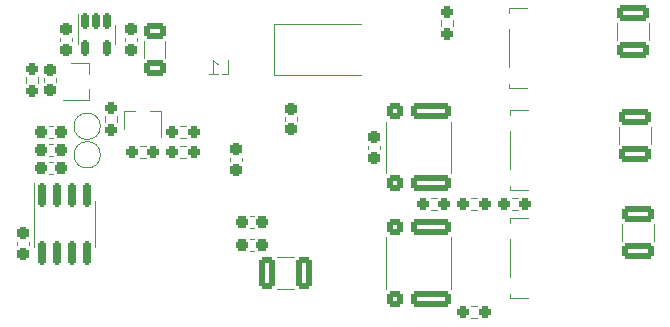
<source format=gbo>
G04 #@! TF.GenerationSoftware,KiCad,Pcbnew,6.0.6-1.fc36*
G04 #@! TF.CreationDate,2022-08-14T11:42:17+02:00*
G04 #@! TF.ProjectId,esc_brushless,6573635f-6272-4757-9368-6c6573732e6b,1.1.0*
G04 #@! TF.SameCoordinates,Original*
G04 #@! TF.FileFunction,Legend,Bot*
G04 #@! TF.FilePolarity,Positive*
%FSLAX46Y46*%
G04 Gerber Fmt 4.6, Leading zero omitted, Abs format (unit mm)*
G04 Created by KiCad (PCBNEW 6.0.6-1.fc36) date 2022-08-14 11:42:17*
%MOMM*%
%LPD*%
G01*
G04 APERTURE LIST*
G04 Aperture macros list*
%AMRoundRect*
0 Rectangle with rounded corners*
0 $1 Rounding radius*
0 $2 $3 $4 $5 $6 $7 $8 $9 X,Y pos of 4 corners*
0 Add a 4 corners polygon primitive as box body*
4,1,4,$2,$3,$4,$5,$6,$7,$8,$9,$2,$3,0*
0 Add four circle primitives for the rounded corners*
1,1,$1+$1,$2,$3*
1,1,$1+$1,$4,$5*
1,1,$1+$1,$6,$7*
1,1,$1+$1,$8,$9*
0 Add four rect primitives between the rounded corners*
20,1,$1+$1,$2,$3,$4,$5,0*
20,1,$1+$1,$4,$5,$6,$7,0*
20,1,$1+$1,$6,$7,$8,$9,0*
20,1,$1+$1,$8,$9,$2,$3,0*%
G04 Aperture macros list end*
%ADD10C,0.120000*%
%ADD11R,3.400000X3.400000*%
%ADD12O,1.700000X1.700000*%
%ADD13R,1.700000X1.700000*%
%ADD14RoundRect,0.237500X-0.237500X0.300000X-0.237500X-0.300000X0.237500X-0.300000X0.237500X0.300000X0*%
%ADD15RoundRect,0.249998X1.100002X-0.412502X1.100002X0.412502X-1.100002X0.412502X-1.100002X-0.412502X0*%
%ADD16RoundRect,0.249998X0.412502X1.100002X-0.412502X1.100002X-0.412502X-1.100002X0.412502X-1.100002X0*%
%ADD17RoundRect,0.237500X0.300000X0.237500X-0.300000X0.237500X-0.300000X-0.237500X0.300000X-0.237500X0*%
%ADD18RoundRect,0.237500X0.237500X-0.300000X0.237500X0.300000X-0.237500X0.300000X-0.237500X-0.300000X0*%
%ADD19RoundRect,0.249998X0.650002X-0.412502X0.650002X0.412502X-0.650002X0.412502X-0.650002X-0.412502X0*%
%ADD20RoundRect,0.237500X-0.300000X-0.237500X0.300000X-0.237500X0.300000X0.237500X-0.300000X0.237500X0*%
%ADD21R,3.500000X2.300000*%
%ADD22O,2.700000X8.000000*%
%ADD23R,3.500000X2.000000*%
%ADD24R,7.000000X7.000000*%
%ADD25R,0.800000X0.900000*%
%ADD26R,0.900000X0.800000*%
%ADD27RoundRect,0.237500X-0.250000X-0.237500X0.250000X-0.237500X0.250000X0.237500X-0.250000X0.237500X0*%
%ADD28RoundRect,0.237500X0.250000X0.237500X-0.250000X0.237500X-0.250000X-0.237500X0.250000X-0.237500X0*%
%ADD29RoundRect,0.237500X0.237500X-0.250000X0.237500X0.250000X-0.237500X0.250000X-0.237500X-0.250000X0*%
%ADD30RoundRect,0.237500X-0.237500X0.250000X-0.237500X-0.250000X0.237500X-0.250000X0.237500X0.250000X0*%
%ADD31O,1.250000X1.250000*%
%ADD32RoundRect,0.150000X-0.150000X0.512500X-0.150000X-0.512500X0.150000X-0.512500X0.150000X0.512500X0*%
%ADD33RoundRect,0.150000X-0.150000X0.825000X-0.150000X-0.825000X0.150000X-0.825000X0.150000X0.825000X0*%
%ADD34RoundRect,0.250600X-0.449400X0.449400X-0.449400X-0.449400X0.449400X-0.449400X0.449400X0.449400X0*%
%ADD35RoundRect,0.249999X-1.425001X0.450001X-1.425001X-0.450001X1.425001X-0.450001X1.425001X0.450001X0*%
G04 APERTURE END LIST*
D10*
X99387000Y-58454857D02*
X99958428Y-58454857D01*
X99958428Y-57254857D01*
X98358428Y-58454857D02*
X99044142Y-58454857D01*
X98701285Y-58454857D02*
X98701285Y-57254857D01*
X98815571Y-57426285D01*
X98929857Y-57540571D01*
X99044142Y-57597714D01*
X111758000Y-64496733D02*
X111758000Y-64789267D01*
X112778000Y-64496733D02*
X112778000Y-64789267D01*
X133006000Y-64338252D02*
X133006000Y-62915748D01*
X135726000Y-64338252D02*
X135726000Y-62915748D01*
X135599000Y-55575252D02*
X135599000Y-54152748D01*
X132879000Y-55575252D02*
X132879000Y-54152748D01*
X105486252Y-73951000D02*
X104063748Y-73951000D01*
X105486252Y-76671000D02*
X104063748Y-76671000D01*
X102127267Y-73408000D02*
X101834733Y-73408000D01*
X102127267Y-72388000D02*
X101834733Y-72388000D01*
X104773000Y-62376267D02*
X104773000Y-62083733D01*
X105793000Y-62376267D02*
X105793000Y-62083733D01*
X101094000Y-65512733D02*
X101094000Y-65805267D01*
X100074000Y-65512733D02*
X100074000Y-65805267D01*
X92816000Y-57099252D02*
X92816000Y-55676748D01*
X94636000Y-57099252D02*
X94636000Y-55676748D01*
X84816733Y-63883000D02*
X85109267Y-63883000D01*
X84816733Y-62863000D02*
X85109267Y-62863000D01*
X84816733Y-65911000D02*
X85109267Y-65911000D01*
X84816733Y-66931000D02*
X85109267Y-66931000D01*
X84816733Y-65407000D02*
X85109267Y-65407000D01*
X84816733Y-64387000D02*
X85109267Y-64387000D01*
X85346000Y-58781733D02*
X85346000Y-59074267D01*
X84326000Y-58781733D02*
X84326000Y-59074267D01*
X91184000Y-55645267D02*
X91184000Y-55352733D01*
X92204000Y-55645267D02*
X92204000Y-55352733D01*
X86743000Y-55645267D02*
X86743000Y-55352733D01*
X85723000Y-55645267D02*
X85723000Y-55352733D01*
X82040000Y-72917267D02*
X82040000Y-72624733D01*
X83060000Y-72917267D02*
X83060000Y-72624733D01*
X103858000Y-54238000D02*
X111158000Y-54238000D01*
X103858000Y-58538000D02*
X103858000Y-54238000D01*
X103858000Y-58538000D02*
X111158000Y-58538000D01*
X123836000Y-61497000D02*
X123836000Y-61897000D01*
X123836000Y-68297000D02*
X125336000Y-68297000D01*
X123836000Y-63297000D02*
X123836000Y-66497000D01*
X125336000Y-61497000D02*
X123836000Y-61497000D01*
X123836000Y-67947000D02*
X123836000Y-68297000D01*
X123709000Y-52861000D02*
X123709000Y-53261000D01*
X123709000Y-54661000D02*
X123709000Y-57861000D01*
X125209000Y-52861000D02*
X123709000Y-52861000D01*
X123709000Y-59661000D02*
X125209000Y-59661000D01*
X123709000Y-59311000D02*
X123709000Y-59661000D01*
X94290000Y-61597000D02*
X93360000Y-61597000D01*
X94290000Y-61597000D02*
X94290000Y-63757000D01*
X91130000Y-61597000D02*
X91130000Y-63057000D01*
X91130000Y-61597000D02*
X92060000Y-61597000D01*
X88136000Y-57475000D02*
X86676000Y-57475000D01*
X88136000Y-60635000D02*
X88136000Y-59705000D01*
X88136000Y-60635000D02*
X85976000Y-60635000D01*
X88136000Y-57475000D02*
X88136000Y-58405000D01*
X120522276Y-68946500D02*
X121031724Y-68946500D01*
X120522276Y-69991500D02*
X121031724Y-69991500D01*
X124460724Y-68946500D02*
X123951276Y-68946500D01*
X124460724Y-69991500D02*
X123951276Y-69991500D01*
X119013500Y-54356724D02*
X119013500Y-53847276D01*
X117968500Y-54356724D02*
X117968500Y-53847276D01*
X95884276Y-63895500D02*
X96393724Y-63895500D01*
X95884276Y-62850500D02*
X96393724Y-62850500D01*
X89520500Y-61975276D02*
X89520500Y-62484724D01*
X90565500Y-61975276D02*
X90565500Y-62484724D01*
X92964724Y-65546500D02*
X92455276Y-65546500D01*
X92964724Y-64501500D02*
X92455276Y-64501500D01*
X95884276Y-64501500D02*
X96393724Y-64501500D01*
X95884276Y-65546500D02*
X96393724Y-65546500D01*
X83834500Y-58673276D02*
X83834500Y-59182724D01*
X82789500Y-58673276D02*
X82789500Y-59182724D01*
X89131000Y-65278000D02*
G75*
G03*
X89131000Y-65278000I-1120000J0D01*
G01*
X90333000Y-55118000D02*
X90333000Y-55918000D01*
X87213000Y-55118000D02*
X87213000Y-53318000D01*
X87213000Y-55118000D02*
X87213000Y-55918000D01*
X90333000Y-55118000D02*
X90333000Y-54318000D01*
X83546000Y-71120000D02*
X83546000Y-73070000D01*
X83546000Y-71120000D02*
X83546000Y-67670000D01*
X88666000Y-71120000D02*
X88666000Y-69170000D01*
X88666000Y-71120000D02*
X88666000Y-73070000D01*
X113284000Y-62465936D02*
X113284000Y-66820064D01*
X118804000Y-62465936D02*
X118804000Y-66820064D01*
X121031724Y-79135500D02*
X120522276Y-79135500D01*
X121031724Y-78090500D02*
X120522276Y-78090500D01*
X123836000Y-70641000D02*
X123836000Y-71041000D01*
X123836000Y-77441000D02*
X125336000Y-77441000D01*
X123836000Y-72441000D02*
X123836000Y-75641000D01*
X125336000Y-70641000D02*
X123836000Y-70641000D01*
X123836000Y-77091000D02*
X123836000Y-77441000D01*
X135980000Y-72593252D02*
X135980000Y-71170748D01*
X133260000Y-72593252D02*
X133260000Y-71170748D01*
X117602724Y-69991500D02*
X117093276Y-69991500D01*
X117602724Y-68946500D02*
X117093276Y-68946500D01*
X102127267Y-71503000D02*
X101834733Y-71503000D01*
X102127267Y-70483000D02*
X101834733Y-70483000D01*
X89131000Y-62865000D02*
G75*
G03*
X89131000Y-62865000I-1120000J0D01*
G01*
X113284000Y-72244936D02*
X113284000Y-76599064D01*
X118804000Y-72244936D02*
X118804000Y-76599064D01*
%LPC*%
D11*
X79883000Y-55626000D03*
X79883000Y-75946000D03*
D12*
X79248000Y-70358000D03*
X79248000Y-67818000D03*
D13*
X79248000Y-65278000D03*
D12*
X88011000Y-76200000D03*
D13*
X85471000Y-76200000D03*
D11*
X138430000Y-64008000D03*
X138430000Y-55372000D03*
X138430000Y-72390000D03*
D14*
X112268000Y-65505500D03*
X112268000Y-63780500D03*
D15*
X134366000Y-62064500D03*
X134366000Y-65189500D03*
X134239000Y-53301500D03*
X134239000Y-56426500D03*
D16*
X103212500Y-75311000D03*
X106337500Y-75311000D03*
D17*
X101118500Y-72898000D03*
X102843500Y-72898000D03*
D18*
X105283000Y-61367500D03*
X105283000Y-63092500D03*
D14*
X100584000Y-66521500D03*
X100584000Y-64796500D03*
D19*
X93726000Y-54825500D03*
X93726000Y-57950500D03*
D20*
X85825500Y-63373000D03*
X84100500Y-63373000D03*
X85825500Y-66421000D03*
X84100500Y-66421000D03*
X85825500Y-64897000D03*
X84100500Y-64897000D03*
D14*
X84836000Y-59790500D03*
X84836000Y-58065500D03*
D18*
X91694000Y-54636500D03*
X91694000Y-56361500D03*
X86233000Y-54636500D03*
X86233000Y-56361500D03*
X82550000Y-71908500D03*
X82550000Y-73633500D03*
D21*
X111158000Y-56388000D03*
X105758000Y-56388000D03*
D22*
X96537000Y-57912000D03*
X101837000Y-57912000D03*
D23*
X121536000Y-62617000D03*
D24*
X128936000Y-64897000D03*
D23*
X121536000Y-67197000D03*
X121409000Y-53981000D03*
D24*
X128809000Y-56261000D03*
D23*
X121409000Y-58561000D03*
D25*
X92710000Y-61357000D03*
X91760000Y-63357000D03*
X93660000Y-63357000D03*
D26*
X88376000Y-59055000D03*
X86376000Y-58105000D03*
X86376000Y-60005000D03*
D27*
X121689500Y-69469000D03*
X119864500Y-69469000D03*
D28*
X123293500Y-69469000D03*
X125118500Y-69469000D03*
D29*
X118491000Y-53189500D03*
X118491000Y-55014500D03*
D27*
X97051500Y-63373000D03*
X95226500Y-63373000D03*
D30*
X90043000Y-63142500D03*
X90043000Y-61317500D03*
D28*
X91797500Y-65024000D03*
X93622500Y-65024000D03*
D27*
X97051500Y-65024000D03*
X95226500Y-65024000D03*
D30*
X83312000Y-59840500D03*
X83312000Y-58015500D03*
D31*
X88011000Y-65278000D03*
D32*
X87823000Y-56255500D03*
X89723000Y-56255500D03*
X89723000Y-53980500D03*
X88773000Y-53980500D03*
X87823000Y-53980500D03*
D33*
X84201000Y-73595000D03*
X85471000Y-73595000D03*
X86741000Y-73595000D03*
X88011000Y-73595000D03*
X88011000Y-68645000D03*
X86741000Y-68645000D03*
X85471000Y-68645000D03*
X84201000Y-68645000D03*
D34*
X114046000Y-67691000D03*
X114046000Y-61595000D03*
D35*
X117094000Y-67693000D03*
X117094000Y-61593000D03*
D28*
X119864500Y-78613000D03*
X121689500Y-78613000D03*
D23*
X121536000Y-71761000D03*
D24*
X128936000Y-74041000D03*
D23*
X121536000Y-76341000D03*
D15*
X134620000Y-70319500D03*
X134620000Y-73444500D03*
D28*
X116435500Y-69469000D03*
X118260500Y-69469000D03*
D17*
X101118500Y-70993000D03*
X102843500Y-70993000D03*
D31*
X88011000Y-62865000D03*
D34*
X114046000Y-77470000D03*
X114046000Y-71374000D03*
D35*
X117094000Y-77472000D03*
X117094000Y-71372000D03*
M02*

</source>
